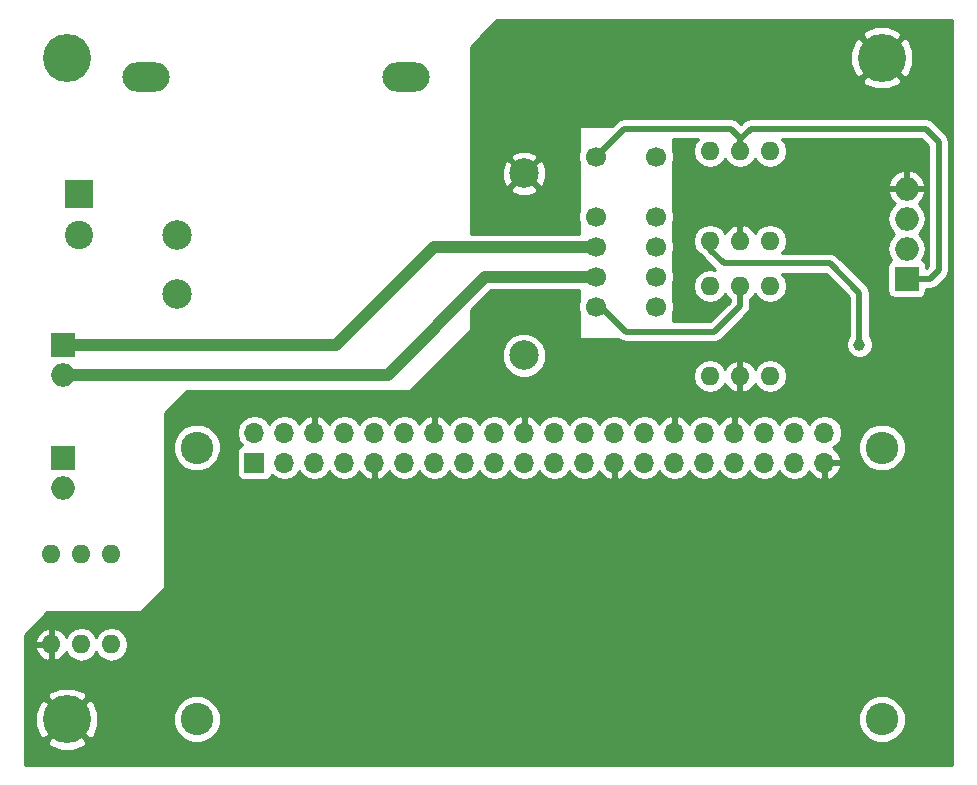
<source format=gbr>
G04 #@! TF.FileFunction,Copper,L2,Bot,Signal*
%FSLAX46Y46*%
G04 Gerber Fmt 4.6, Leading zero omitted, Abs format (unit mm)*
G04 Created by KiCad (PCBNEW 4.0.7) date Tuesday, 06 '06e' March '06e' 2018, 22:38:06*
%MOMM*%
%LPD*%
G01*
G04 APERTURE LIST*
%ADD10C,0.100000*%
%ADD11O,1.998980X1.998980*%
%ADD12R,1.998980X1.998980*%
%ADD13O,1.600000X1.600000*%
%ADD14C,2.750000*%
%ADD15R,1.700000X1.700000*%
%ADD16O,1.700000X1.700000*%
%ADD17C,2.400000*%
%ADD18R,2.400000X2.400000*%
%ADD19O,4.000500X2.499360*%
%ADD20C,4.064000*%
%ADD21C,2.500000*%
%ADD22C,1.700000*%
%ADD23C,1.000000*%
%ADD24C,0.500000*%
%ADD25C,1.000000*%
%ADD26C,0.254000*%
G04 APERTURE END LIST*
D10*
D11*
X93700000Y-133440000D03*
D12*
X93700000Y-130900000D03*
D11*
X93700000Y-123840000D03*
D12*
X93700000Y-121300000D03*
D13*
X148450000Y-112500000D03*
X150990000Y-112500000D03*
X153530000Y-112500000D03*
X153530000Y-104880000D03*
X150990000Y-104880000D03*
X148450000Y-104880000D03*
X148450000Y-123950000D03*
X150990000Y-123950000D03*
X153530000Y-123950000D03*
X153530000Y-116330000D03*
X150990000Y-116330000D03*
X148450000Y-116330000D03*
X97750000Y-139050000D03*
X95210000Y-139050000D03*
X92670000Y-139050000D03*
X92670000Y-146670000D03*
X95210000Y-146670000D03*
X97750000Y-146670000D03*
D11*
X165100000Y-108080000D03*
D12*
X165100000Y-115700000D03*
D11*
X165100000Y-113160000D03*
X165100000Y-110620000D03*
D14*
X163000000Y-153000000D03*
X105000000Y-153000000D03*
X163000000Y-130000000D03*
D15*
X109870000Y-131270000D03*
D16*
X109870000Y-128730000D03*
X112410000Y-131270000D03*
X112410000Y-128730000D03*
X114950000Y-131270000D03*
X114950000Y-128730000D03*
X117490000Y-131270000D03*
X117490000Y-128730000D03*
X120030000Y-131270000D03*
X120030000Y-128730000D03*
X122570000Y-131270000D03*
X122570000Y-128730000D03*
X125110000Y-131270000D03*
X125110000Y-128730000D03*
X127650000Y-131270000D03*
X127650000Y-128730000D03*
X130190000Y-131270000D03*
X130190000Y-128730000D03*
X132730000Y-131270000D03*
X132730000Y-128730000D03*
X135270000Y-131270000D03*
X135270000Y-128730000D03*
X137810000Y-131270000D03*
X137810000Y-128730000D03*
X140350000Y-131270000D03*
X140350000Y-128730000D03*
X142890000Y-131270000D03*
X142890000Y-128730000D03*
X145430000Y-131270000D03*
X145430000Y-128730000D03*
X147970000Y-131270000D03*
X147970000Y-128730000D03*
X150510000Y-131270000D03*
X150510000Y-128730000D03*
X153050000Y-131270000D03*
X153050000Y-128730000D03*
X155590000Y-131270000D03*
X155590000Y-128730000D03*
X158130000Y-131270000D03*
X158130000Y-128730000D03*
D14*
X105000000Y-130000000D03*
D17*
X95000000Y-112000000D03*
D18*
X95000000Y-108500000D03*
D19*
X100699260Y-98600000D03*
X122700740Y-98600000D03*
D20*
X94000000Y-97000000D03*
X94000000Y-153000000D03*
X163000000Y-97000000D03*
D21*
X103300000Y-112000000D03*
X103300000Y-117000000D03*
X132700000Y-106800000D03*
X132700000Y-122200000D03*
D22*
X138800000Y-118100000D03*
X138800000Y-115560000D03*
X138800000Y-113020000D03*
X138800000Y-110480000D03*
X143880000Y-118100000D03*
X143880000Y-115560000D03*
X143880000Y-113020000D03*
X143880000Y-110480000D03*
X143880000Y-105400000D03*
X138800000Y-105400000D03*
D23*
X161100000Y-121300000D03*
D24*
X150990000Y-104880000D02*
X150990000Y-103910000D01*
X167100000Y-115700000D02*
X165100000Y-115700000D01*
X167800000Y-115000000D02*
X167100000Y-115700000D01*
X167800000Y-104100000D02*
X167800000Y-115000000D01*
X166700000Y-103000000D02*
X167800000Y-104100000D01*
X151900000Y-103000000D02*
X166700000Y-103000000D01*
X150990000Y-103910000D02*
X151900000Y-103000000D01*
X138800000Y-118100000D02*
X139200000Y-118100000D01*
X139200000Y-118100000D02*
X141300000Y-120200000D01*
X150990000Y-118010000D02*
X150990000Y-116330000D01*
X148800000Y-120200000D02*
X150990000Y-118010000D01*
X141300000Y-120200000D02*
X148800000Y-120200000D01*
X138800000Y-105400000D02*
X141200000Y-103000000D01*
X150990000Y-103790000D02*
X150990000Y-104880000D01*
X150200000Y-103000000D02*
X150990000Y-103790000D01*
X141200000Y-103000000D02*
X150200000Y-103000000D01*
D25*
X93700000Y-123840000D02*
X121160000Y-123840000D01*
X121160000Y-123840000D02*
X129440000Y-115560000D01*
X129440000Y-115560000D02*
X138800000Y-115560000D01*
X93700000Y-121300000D02*
X116800000Y-121300000D01*
X116800000Y-121300000D02*
X125080000Y-113020000D01*
X125080000Y-113020000D02*
X138800000Y-113020000D01*
D24*
X148450000Y-112500000D02*
X148450000Y-113250000D01*
X148450000Y-113250000D02*
X149600000Y-114400000D01*
X149600000Y-114400000D02*
X158600000Y-114400000D01*
X158600000Y-114400000D02*
X161100000Y-116900000D01*
X161100000Y-116900000D02*
X161100000Y-121300000D01*
D26*
G36*
X168965000Y-156865000D02*
X90435000Y-156865000D01*
X90435000Y-154898121D01*
X92281484Y-154898121D01*
X92506154Y-155272168D01*
X93489388Y-155670880D01*
X94550357Y-155662975D01*
X95493846Y-155272168D01*
X95718516Y-154898121D01*
X94000000Y-153179605D01*
X92281484Y-154898121D01*
X90435000Y-154898121D01*
X90435000Y-152489388D01*
X91329120Y-152489388D01*
X91337025Y-153550357D01*
X91727832Y-154493846D01*
X92101879Y-154718516D01*
X93820395Y-153000000D01*
X94179605Y-153000000D01*
X95898121Y-154718516D01*
X96272168Y-154493846D01*
X96670880Y-153510612D01*
X96670042Y-153398060D01*
X102989652Y-153398060D01*
X103295012Y-154137086D01*
X103859940Y-154703001D01*
X104598432Y-155009650D01*
X105398060Y-155010348D01*
X106137086Y-154704988D01*
X106703001Y-154140060D01*
X107009650Y-153401568D01*
X107009653Y-153398060D01*
X160989652Y-153398060D01*
X161295012Y-154137086D01*
X161859940Y-154703001D01*
X162598432Y-155009650D01*
X163398060Y-155010348D01*
X164137086Y-154704988D01*
X164703001Y-154140060D01*
X165009650Y-153401568D01*
X165010348Y-152601940D01*
X164704988Y-151862914D01*
X164140060Y-151296999D01*
X163401568Y-150990350D01*
X162601940Y-150989652D01*
X161862914Y-151295012D01*
X161296999Y-151859940D01*
X160990350Y-152598432D01*
X160989652Y-153398060D01*
X107009653Y-153398060D01*
X107010348Y-152601940D01*
X106704988Y-151862914D01*
X106140060Y-151296999D01*
X105401568Y-150990350D01*
X104601940Y-150989652D01*
X103862914Y-151295012D01*
X103296999Y-151859940D01*
X102990350Y-152598432D01*
X102989652Y-153398060D01*
X96670042Y-153398060D01*
X96662975Y-152449643D01*
X96272168Y-151506154D01*
X95898121Y-151281484D01*
X94179605Y-153000000D01*
X93820395Y-153000000D01*
X92101879Y-151281484D01*
X91727832Y-151506154D01*
X91329120Y-152489388D01*
X90435000Y-152489388D01*
X90435000Y-151101879D01*
X92281484Y-151101879D01*
X94000000Y-152820395D01*
X95718516Y-151101879D01*
X95493846Y-150727832D01*
X94510612Y-150329120D01*
X93449643Y-150337025D01*
X92506154Y-150727832D01*
X92281484Y-151101879D01*
X90435000Y-151101879D01*
X90435000Y-147019041D01*
X91278086Y-147019041D01*
X91517611Y-147525134D01*
X91932577Y-147901041D01*
X92320961Y-148061904D01*
X92543000Y-147939915D01*
X92543000Y-146797000D01*
X91399371Y-146797000D01*
X91278086Y-147019041D01*
X90435000Y-147019041D01*
X90435000Y-146320959D01*
X91278086Y-146320959D01*
X91399371Y-146543000D01*
X92543000Y-146543000D01*
X92543000Y-145400085D01*
X92797000Y-145400085D01*
X92797000Y-146543000D01*
X92817000Y-146543000D01*
X92817000Y-146797000D01*
X92797000Y-146797000D01*
X92797000Y-147939915D01*
X93019039Y-148061904D01*
X93407423Y-147901041D01*
X93822389Y-147525134D01*
X93925014Y-147308297D01*
X94195302Y-147712811D01*
X94660849Y-148023880D01*
X95210000Y-148133113D01*
X95759151Y-148023880D01*
X96224698Y-147712811D01*
X96480000Y-147330725D01*
X96735302Y-147712811D01*
X97200849Y-148023880D01*
X97750000Y-148133113D01*
X98299151Y-148023880D01*
X98764698Y-147712811D01*
X99075767Y-147247264D01*
X99185000Y-146698113D01*
X99185000Y-146641887D01*
X99075767Y-146092736D01*
X98764698Y-145627189D01*
X98299151Y-145316120D01*
X97750000Y-145206887D01*
X97200849Y-145316120D01*
X96735302Y-145627189D01*
X96480000Y-146009275D01*
X96224698Y-145627189D01*
X95759151Y-145316120D01*
X95210000Y-145206887D01*
X94660849Y-145316120D01*
X94195302Y-145627189D01*
X93925014Y-146031703D01*
X93822389Y-145814866D01*
X93407423Y-145438959D01*
X93019039Y-145278096D01*
X92797000Y-145400085D01*
X92543000Y-145400085D01*
X92320961Y-145278096D01*
X91932577Y-145438959D01*
X91517611Y-145814866D01*
X91278086Y-146320959D01*
X90435000Y-146320959D01*
X90435000Y-145844606D01*
X92352606Y-143927000D01*
X100200000Y-143927000D01*
X100249410Y-143916994D01*
X100289803Y-143889803D01*
X102289803Y-141889803D01*
X102317666Y-141847789D01*
X102327000Y-141800000D01*
X102327000Y-130398060D01*
X102989652Y-130398060D01*
X103295012Y-131137086D01*
X103859940Y-131703001D01*
X104598432Y-132009650D01*
X105398060Y-132010348D01*
X106137086Y-131704988D01*
X106703001Y-131140060D01*
X107001996Y-130420000D01*
X108372560Y-130420000D01*
X108372560Y-132120000D01*
X108416838Y-132355317D01*
X108555910Y-132571441D01*
X108768110Y-132716431D01*
X109020000Y-132767440D01*
X110720000Y-132767440D01*
X110955317Y-132723162D01*
X111171441Y-132584090D01*
X111316431Y-132371890D01*
X111330086Y-132304459D01*
X111359946Y-132349147D01*
X111841715Y-132671054D01*
X112410000Y-132784093D01*
X112978285Y-132671054D01*
X113460054Y-132349147D01*
X113680000Y-132019974D01*
X113899946Y-132349147D01*
X114381715Y-132671054D01*
X114950000Y-132784093D01*
X115518285Y-132671054D01*
X116000054Y-132349147D01*
X116220000Y-132019974D01*
X116439946Y-132349147D01*
X116921715Y-132671054D01*
X117490000Y-132784093D01*
X118058285Y-132671054D01*
X118540054Y-132349147D01*
X118767702Y-132008447D01*
X118834817Y-132151358D01*
X119263076Y-132541645D01*
X119673110Y-132711476D01*
X119903000Y-132590155D01*
X119903000Y-131397000D01*
X119883000Y-131397000D01*
X119883000Y-131143000D01*
X119903000Y-131143000D01*
X119903000Y-131123000D01*
X120157000Y-131123000D01*
X120157000Y-131143000D01*
X120177000Y-131143000D01*
X120177000Y-131397000D01*
X120157000Y-131397000D01*
X120157000Y-132590155D01*
X120386890Y-132711476D01*
X120796924Y-132541645D01*
X121225183Y-132151358D01*
X121292298Y-132008447D01*
X121519946Y-132349147D01*
X122001715Y-132671054D01*
X122570000Y-132784093D01*
X123138285Y-132671054D01*
X123620054Y-132349147D01*
X123840000Y-132019974D01*
X124059946Y-132349147D01*
X124541715Y-132671054D01*
X125110000Y-132784093D01*
X125678285Y-132671054D01*
X126160054Y-132349147D01*
X126380000Y-132019974D01*
X126599946Y-132349147D01*
X127081715Y-132671054D01*
X127650000Y-132784093D01*
X128218285Y-132671054D01*
X128700054Y-132349147D01*
X128920000Y-132019974D01*
X129139946Y-132349147D01*
X129621715Y-132671054D01*
X130190000Y-132784093D01*
X130758285Y-132671054D01*
X131240054Y-132349147D01*
X131460000Y-132019974D01*
X131679946Y-132349147D01*
X132161715Y-132671054D01*
X132730000Y-132784093D01*
X133298285Y-132671054D01*
X133780054Y-132349147D01*
X134000000Y-132019974D01*
X134219946Y-132349147D01*
X134701715Y-132671054D01*
X135270000Y-132784093D01*
X135838285Y-132671054D01*
X136320054Y-132349147D01*
X136540000Y-132019974D01*
X136759946Y-132349147D01*
X137241715Y-132671054D01*
X137810000Y-132784093D01*
X138378285Y-132671054D01*
X138860054Y-132349147D01*
X139087702Y-132008447D01*
X139154817Y-132151358D01*
X139583076Y-132541645D01*
X139993110Y-132711476D01*
X140223000Y-132590155D01*
X140223000Y-131397000D01*
X140203000Y-131397000D01*
X140203000Y-131143000D01*
X140223000Y-131143000D01*
X140223000Y-131123000D01*
X140477000Y-131123000D01*
X140477000Y-131143000D01*
X140497000Y-131143000D01*
X140497000Y-131397000D01*
X140477000Y-131397000D01*
X140477000Y-132590155D01*
X140706890Y-132711476D01*
X141116924Y-132541645D01*
X141545183Y-132151358D01*
X141612298Y-132008447D01*
X141839946Y-132349147D01*
X142321715Y-132671054D01*
X142890000Y-132784093D01*
X143458285Y-132671054D01*
X143940054Y-132349147D01*
X144160000Y-132019974D01*
X144379946Y-132349147D01*
X144861715Y-132671054D01*
X145430000Y-132784093D01*
X145998285Y-132671054D01*
X146480054Y-132349147D01*
X146700000Y-132019974D01*
X146919946Y-132349147D01*
X147401715Y-132671054D01*
X147970000Y-132784093D01*
X148538285Y-132671054D01*
X149020054Y-132349147D01*
X149240000Y-132019974D01*
X149459946Y-132349147D01*
X149941715Y-132671054D01*
X150510000Y-132784093D01*
X151078285Y-132671054D01*
X151560054Y-132349147D01*
X151780000Y-132019974D01*
X151999946Y-132349147D01*
X152481715Y-132671054D01*
X153050000Y-132784093D01*
X153618285Y-132671054D01*
X154100054Y-132349147D01*
X154320000Y-132019974D01*
X154539946Y-132349147D01*
X155021715Y-132671054D01*
X155590000Y-132784093D01*
X156158285Y-132671054D01*
X156640054Y-132349147D01*
X156867702Y-132008447D01*
X156934817Y-132151358D01*
X157363076Y-132541645D01*
X157773110Y-132711476D01*
X158003000Y-132590155D01*
X158003000Y-131397000D01*
X158257000Y-131397000D01*
X158257000Y-132590155D01*
X158486890Y-132711476D01*
X158896924Y-132541645D01*
X159325183Y-132151358D01*
X159571486Y-131626892D01*
X159450819Y-131397000D01*
X158257000Y-131397000D01*
X158003000Y-131397000D01*
X157983000Y-131397000D01*
X157983000Y-131143000D01*
X158003000Y-131143000D01*
X158003000Y-131123000D01*
X158257000Y-131123000D01*
X158257000Y-131143000D01*
X159450819Y-131143000D01*
X159571486Y-130913108D01*
X159329606Y-130398060D01*
X160989652Y-130398060D01*
X161295012Y-131137086D01*
X161859940Y-131703001D01*
X162598432Y-132009650D01*
X163398060Y-132010348D01*
X164137086Y-131704988D01*
X164703001Y-131140060D01*
X165009650Y-130401568D01*
X165010348Y-129601940D01*
X164704988Y-128862914D01*
X164140060Y-128296999D01*
X163401568Y-127990350D01*
X162601940Y-127989652D01*
X161862914Y-128295012D01*
X161296999Y-128859940D01*
X160990350Y-129598432D01*
X160989652Y-130398060D01*
X159329606Y-130398060D01*
X159325183Y-130388642D01*
X158896924Y-129998355D01*
X158896899Y-129998345D01*
X159180054Y-129809147D01*
X159501961Y-129327378D01*
X159615000Y-128759093D01*
X159615000Y-128700907D01*
X159501961Y-128132622D01*
X159180054Y-127650853D01*
X158698285Y-127328946D01*
X158130000Y-127215907D01*
X157561715Y-127328946D01*
X157079946Y-127650853D01*
X156860000Y-127980026D01*
X156640054Y-127650853D01*
X156158285Y-127328946D01*
X155590000Y-127215907D01*
X155021715Y-127328946D01*
X154539946Y-127650853D01*
X154320000Y-127980026D01*
X154100054Y-127650853D01*
X153618285Y-127328946D01*
X153050000Y-127215907D01*
X152481715Y-127328946D01*
X151999946Y-127650853D01*
X151772298Y-127991553D01*
X151705183Y-127848642D01*
X151276924Y-127458355D01*
X150866890Y-127288524D01*
X150637000Y-127409845D01*
X150637000Y-128603000D01*
X150657000Y-128603000D01*
X150657000Y-128857000D01*
X150637000Y-128857000D01*
X150637000Y-128877000D01*
X150383000Y-128877000D01*
X150383000Y-128857000D01*
X150363000Y-128857000D01*
X150363000Y-128603000D01*
X150383000Y-128603000D01*
X150383000Y-127409845D01*
X150153110Y-127288524D01*
X149743076Y-127458355D01*
X149314817Y-127848642D01*
X149247702Y-127991553D01*
X149020054Y-127650853D01*
X148538285Y-127328946D01*
X147970000Y-127215907D01*
X147401715Y-127328946D01*
X146919946Y-127650853D01*
X146692298Y-127991553D01*
X146625183Y-127848642D01*
X146196924Y-127458355D01*
X145786890Y-127288524D01*
X145557000Y-127409845D01*
X145557000Y-128603000D01*
X145577000Y-128603000D01*
X145577000Y-128857000D01*
X145557000Y-128857000D01*
X145557000Y-128877000D01*
X145303000Y-128877000D01*
X145303000Y-128857000D01*
X145283000Y-128857000D01*
X145283000Y-128603000D01*
X145303000Y-128603000D01*
X145303000Y-127409845D01*
X145073110Y-127288524D01*
X144663076Y-127458355D01*
X144234817Y-127848642D01*
X144167702Y-127991553D01*
X143940054Y-127650853D01*
X143458285Y-127328946D01*
X142890000Y-127215907D01*
X142321715Y-127328946D01*
X141839946Y-127650853D01*
X141620000Y-127980026D01*
X141400054Y-127650853D01*
X140918285Y-127328946D01*
X140350000Y-127215907D01*
X139781715Y-127328946D01*
X139299946Y-127650853D01*
X139080000Y-127980026D01*
X138860054Y-127650853D01*
X138378285Y-127328946D01*
X137810000Y-127215907D01*
X137241715Y-127328946D01*
X136759946Y-127650853D01*
X136540000Y-127980026D01*
X136320054Y-127650853D01*
X135838285Y-127328946D01*
X135270000Y-127215907D01*
X134701715Y-127328946D01*
X134219946Y-127650853D01*
X133992298Y-127991553D01*
X133925183Y-127848642D01*
X133496924Y-127458355D01*
X133086890Y-127288524D01*
X132857000Y-127409845D01*
X132857000Y-128603000D01*
X132877000Y-128603000D01*
X132877000Y-128857000D01*
X132857000Y-128857000D01*
X132857000Y-128877000D01*
X132603000Y-128877000D01*
X132603000Y-128857000D01*
X132583000Y-128857000D01*
X132583000Y-128603000D01*
X132603000Y-128603000D01*
X132603000Y-127409845D01*
X132373110Y-127288524D01*
X131963076Y-127458355D01*
X131534817Y-127848642D01*
X131467702Y-127991553D01*
X131240054Y-127650853D01*
X130758285Y-127328946D01*
X130190000Y-127215907D01*
X129621715Y-127328946D01*
X129139946Y-127650853D01*
X128920000Y-127980026D01*
X128700054Y-127650853D01*
X128218285Y-127328946D01*
X127650000Y-127215907D01*
X127081715Y-127328946D01*
X126599946Y-127650853D01*
X126372298Y-127991553D01*
X126305183Y-127848642D01*
X125876924Y-127458355D01*
X125466890Y-127288524D01*
X125237000Y-127409845D01*
X125237000Y-128603000D01*
X125257000Y-128603000D01*
X125257000Y-128857000D01*
X125237000Y-128857000D01*
X125237000Y-128877000D01*
X124983000Y-128877000D01*
X124983000Y-128857000D01*
X124963000Y-128857000D01*
X124963000Y-128603000D01*
X124983000Y-128603000D01*
X124983000Y-127409845D01*
X124753110Y-127288524D01*
X124343076Y-127458355D01*
X123914817Y-127848642D01*
X123847702Y-127991553D01*
X123620054Y-127650853D01*
X123138285Y-127328946D01*
X122570000Y-127215907D01*
X122001715Y-127328946D01*
X121519946Y-127650853D01*
X121300000Y-127980026D01*
X121080054Y-127650853D01*
X120598285Y-127328946D01*
X120030000Y-127215907D01*
X119461715Y-127328946D01*
X118979946Y-127650853D01*
X118760000Y-127980026D01*
X118540054Y-127650853D01*
X118058285Y-127328946D01*
X117490000Y-127215907D01*
X116921715Y-127328946D01*
X116439946Y-127650853D01*
X116212298Y-127991553D01*
X116145183Y-127848642D01*
X115716924Y-127458355D01*
X115306890Y-127288524D01*
X115077000Y-127409845D01*
X115077000Y-128603000D01*
X115097000Y-128603000D01*
X115097000Y-128857000D01*
X115077000Y-128857000D01*
X115077000Y-128877000D01*
X114823000Y-128877000D01*
X114823000Y-128857000D01*
X114803000Y-128857000D01*
X114803000Y-128603000D01*
X114823000Y-128603000D01*
X114823000Y-127409845D01*
X114593110Y-127288524D01*
X114183076Y-127458355D01*
X113754817Y-127848642D01*
X113687702Y-127991553D01*
X113460054Y-127650853D01*
X112978285Y-127328946D01*
X112410000Y-127215907D01*
X111841715Y-127328946D01*
X111359946Y-127650853D01*
X111140000Y-127980026D01*
X110920054Y-127650853D01*
X110438285Y-127328946D01*
X109870000Y-127215907D01*
X109301715Y-127328946D01*
X108819946Y-127650853D01*
X108498039Y-128132622D01*
X108385000Y-128700907D01*
X108385000Y-128759093D01*
X108498039Y-129327378D01*
X108819946Y-129809147D01*
X108821179Y-129809971D01*
X108784683Y-129816838D01*
X108568559Y-129955910D01*
X108423569Y-130168110D01*
X108372560Y-130420000D01*
X107001996Y-130420000D01*
X107009650Y-130401568D01*
X107010348Y-129601940D01*
X106704988Y-128862914D01*
X106140060Y-128296999D01*
X105401568Y-127990350D01*
X104601940Y-127989652D01*
X103862914Y-128295012D01*
X103296999Y-128859940D01*
X102990350Y-129598432D01*
X102989652Y-130398060D01*
X102327000Y-130398060D01*
X102327000Y-127052606D01*
X104152606Y-125227000D01*
X123000000Y-125227000D01*
X123049410Y-125216994D01*
X123089803Y-125189803D01*
X125706301Y-122573305D01*
X130814674Y-122573305D01*
X131101043Y-123266372D01*
X131630839Y-123797093D01*
X132323405Y-124084672D01*
X133073305Y-124085326D01*
X133468858Y-123921887D01*
X147015000Y-123921887D01*
X147015000Y-123978113D01*
X147124233Y-124527264D01*
X147435302Y-124992811D01*
X147900849Y-125303880D01*
X148450000Y-125413113D01*
X148999151Y-125303880D01*
X149464698Y-124992811D01*
X149734986Y-124588297D01*
X149837611Y-124805134D01*
X150252577Y-125181041D01*
X150640961Y-125341904D01*
X150863000Y-125219915D01*
X150863000Y-124077000D01*
X150843000Y-124077000D01*
X150843000Y-123823000D01*
X150863000Y-123823000D01*
X150863000Y-122680085D01*
X151117000Y-122680085D01*
X151117000Y-123823000D01*
X151137000Y-123823000D01*
X151137000Y-124077000D01*
X151117000Y-124077000D01*
X151117000Y-125219915D01*
X151339039Y-125341904D01*
X151727423Y-125181041D01*
X152142389Y-124805134D01*
X152245014Y-124588297D01*
X152515302Y-124992811D01*
X152980849Y-125303880D01*
X153530000Y-125413113D01*
X154079151Y-125303880D01*
X154544698Y-124992811D01*
X154855767Y-124527264D01*
X154965000Y-123978113D01*
X154965000Y-123921887D01*
X154855767Y-123372736D01*
X154544698Y-122907189D01*
X154079151Y-122596120D01*
X153530000Y-122486887D01*
X152980849Y-122596120D01*
X152515302Y-122907189D01*
X152245014Y-123311703D01*
X152142389Y-123094866D01*
X151727423Y-122718959D01*
X151339039Y-122558096D01*
X151117000Y-122680085D01*
X150863000Y-122680085D01*
X150640961Y-122558096D01*
X150252577Y-122718959D01*
X149837611Y-123094866D01*
X149734986Y-123311703D01*
X149464698Y-122907189D01*
X148999151Y-122596120D01*
X148450000Y-122486887D01*
X147900849Y-122596120D01*
X147435302Y-122907189D01*
X147124233Y-123372736D01*
X147015000Y-123921887D01*
X133468858Y-123921887D01*
X133766372Y-123798957D01*
X134297093Y-123269161D01*
X134584672Y-122576595D01*
X134585326Y-121826695D01*
X134298957Y-121133628D01*
X133769161Y-120602907D01*
X133076595Y-120315328D01*
X132326695Y-120314674D01*
X131633628Y-120601043D01*
X131102907Y-121130839D01*
X130815328Y-121823405D01*
X130814674Y-122573305D01*
X125706301Y-122573305D01*
X128189803Y-120089803D01*
X128217666Y-120047789D01*
X128227000Y-120000000D01*
X128227000Y-118378132D01*
X129910132Y-116695000D01*
X137373000Y-116695000D01*
X137373000Y-117664261D01*
X137315258Y-117803319D01*
X137314743Y-118394089D01*
X137373000Y-118535082D01*
X137373000Y-120700000D01*
X137381685Y-120746159D01*
X137408965Y-120788553D01*
X137450590Y-120816994D01*
X137500000Y-120827000D01*
X140676021Y-120827000D01*
X140961325Y-121017633D01*
X141300000Y-121085000D01*
X148799995Y-121085000D01*
X148800000Y-121085001D01*
X149082484Y-121028810D01*
X149138675Y-121017633D01*
X149425790Y-120825790D01*
X149425791Y-120825789D01*
X151615787Y-118635792D01*
X151615790Y-118635790D01*
X151807633Y-118348675D01*
X151857098Y-118100000D01*
X151875001Y-118010000D01*
X151875000Y-118009995D01*
X151875000Y-117459473D01*
X152004698Y-117372811D01*
X152260000Y-116990725D01*
X152515302Y-117372811D01*
X152980849Y-117683880D01*
X153530000Y-117793113D01*
X154079151Y-117683880D01*
X154544698Y-117372811D01*
X154855767Y-116907264D01*
X154965000Y-116358113D01*
X154965000Y-116301887D01*
X154855767Y-115752736D01*
X154544698Y-115287189D01*
X154541422Y-115285000D01*
X158233420Y-115285000D01*
X160215000Y-117266579D01*
X160215000Y-120579724D01*
X160138355Y-120656235D01*
X159965197Y-121073244D01*
X159964803Y-121524775D01*
X160137233Y-121942086D01*
X160456235Y-122261645D01*
X160873244Y-122434803D01*
X161324775Y-122435197D01*
X161742086Y-122262767D01*
X162061645Y-121943765D01*
X162234803Y-121526756D01*
X162235197Y-121075225D01*
X162062767Y-120657914D01*
X161985000Y-120580011D01*
X161985000Y-116900005D01*
X161985001Y-116900000D01*
X161917633Y-116561326D01*
X161917633Y-116561325D01*
X161725790Y-116274210D01*
X161725787Y-116274208D01*
X159225790Y-113774210D01*
X159219362Y-113769915D01*
X158938675Y-113582367D01*
X158882484Y-113571190D01*
X158600000Y-113514999D01*
X158599995Y-113515000D01*
X154563281Y-113515000D01*
X154855767Y-113077264D01*
X154965000Y-112528113D01*
X154965000Y-112471887D01*
X154855767Y-111922736D01*
X154544698Y-111457189D01*
X154079151Y-111146120D01*
X153530000Y-111036887D01*
X152980849Y-111146120D01*
X152515302Y-111457189D01*
X152245014Y-111861703D01*
X152142389Y-111644866D01*
X151727423Y-111268959D01*
X151339039Y-111108096D01*
X151117000Y-111230085D01*
X151117000Y-112373000D01*
X151137000Y-112373000D01*
X151137000Y-112627000D01*
X151117000Y-112627000D01*
X151117000Y-112647000D01*
X150863000Y-112647000D01*
X150863000Y-112627000D01*
X150843000Y-112627000D01*
X150843000Y-112373000D01*
X150863000Y-112373000D01*
X150863000Y-111230085D01*
X150640961Y-111108096D01*
X150252577Y-111268959D01*
X149837611Y-111644866D01*
X149734986Y-111861703D01*
X149464698Y-111457189D01*
X148999151Y-111146120D01*
X148450000Y-111036887D01*
X147900849Y-111146120D01*
X147435302Y-111457189D01*
X147124233Y-111922736D01*
X147015000Y-112471887D01*
X147015000Y-112528113D01*
X147124233Y-113077264D01*
X147435302Y-113542811D01*
X147735949Y-113743697D01*
X147788647Y-113822566D01*
X147824210Y-113875790D01*
X148906015Y-114957594D01*
X148450000Y-114866887D01*
X147900849Y-114976120D01*
X147435302Y-115287189D01*
X147124233Y-115752736D01*
X147015000Y-116301887D01*
X147015000Y-116358113D01*
X147124233Y-116907264D01*
X147435302Y-117372811D01*
X147900849Y-117683880D01*
X148450000Y-117793113D01*
X148999151Y-117683880D01*
X149464698Y-117372811D01*
X149720000Y-116990725D01*
X149975302Y-117372811D01*
X150105000Y-117459473D01*
X150105000Y-117643421D01*
X148433420Y-119315000D01*
X145327000Y-119315000D01*
X145327000Y-118487574D01*
X145364742Y-118396681D01*
X145365257Y-117805911D01*
X145327000Y-117713322D01*
X145327000Y-115947574D01*
X145364742Y-115856681D01*
X145365257Y-115265911D01*
X145327000Y-115173322D01*
X145327000Y-113407574D01*
X145364742Y-113316681D01*
X145365257Y-112725911D01*
X145327000Y-112633322D01*
X145327000Y-110867574D01*
X145364742Y-110776681D01*
X145365257Y-110185911D01*
X145327000Y-110093322D01*
X145327000Y-107699645D01*
X163510373Y-107699645D01*
X163629193Y-107953000D01*
X164973000Y-107953000D01*
X164973000Y-106609735D01*
X165227000Y-106609735D01*
X165227000Y-107953000D01*
X166570807Y-107953000D01*
X166689627Y-107699645D01*
X166423068Y-107120274D01*
X165955084Y-106687013D01*
X165480354Y-106490381D01*
X165227000Y-106609735D01*
X164973000Y-106609735D01*
X164719646Y-106490381D01*
X164244916Y-106687013D01*
X163776932Y-107120274D01*
X163510373Y-107699645D01*
X145327000Y-107699645D01*
X145327000Y-105787574D01*
X145364742Y-105696681D01*
X145365257Y-105105911D01*
X145327000Y-105013322D01*
X145327000Y-103885000D01*
X147403356Y-103885000D01*
X147124233Y-104302736D01*
X147015000Y-104851887D01*
X147015000Y-104908113D01*
X147124233Y-105457264D01*
X147435302Y-105922811D01*
X147900849Y-106233880D01*
X148450000Y-106343113D01*
X148999151Y-106233880D01*
X149464698Y-105922811D01*
X149720000Y-105540725D01*
X149975302Y-105922811D01*
X150440849Y-106233880D01*
X150990000Y-106343113D01*
X151539151Y-106233880D01*
X152004698Y-105922811D01*
X152260000Y-105540725D01*
X152515302Y-105922811D01*
X152980849Y-106233880D01*
X153530000Y-106343113D01*
X154079151Y-106233880D01*
X154544698Y-105922811D01*
X154855767Y-105457264D01*
X154965000Y-104908113D01*
X154965000Y-104851887D01*
X154855767Y-104302736D01*
X154576644Y-103885000D01*
X166333420Y-103885000D01*
X166915000Y-104466579D01*
X166915000Y-114633421D01*
X166746930Y-114801490D01*
X166746930Y-114700510D01*
X166702652Y-114465193D01*
X166563580Y-114249069D01*
X166397527Y-114135610D01*
X166610072Y-113817514D01*
X166734490Y-113192022D01*
X166734490Y-113127978D01*
X166610072Y-112502486D01*
X166255759Y-111972219D01*
X166132710Y-111890000D01*
X166255759Y-111807781D01*
X166610072Y-111277514D01*
X166734490Y-110652022D01*
X166734490Y-110587978D01*
X166610072Y-109962486D01*
X166255759Y-109432219D01*
X166106700Y-109332621D01*
X166423068Y-109039726D01*
X166689627Y-108460355D01*
X166570807Y-108207000D01*
X165227000Y-108207000D01*
X165227000Y-108227000D01*
X164973000Y-108227000D01*
X164973000Y-108207000D01*
X163629193Y-108207000D01*
X163510373Y-108460355D01*
X163776932Y-109039726D01*
X164093300Y-109332621D01*
X163944241Y-109432219D01*
X163589928Y-109962486D01*
X163465510Y-110587978D01*
X163465510Y-110652022D01*
X163589928Y-111277514D01*
X163944241Y-111807781D01*
X164067290Y-111890000D01*
X163944241Y-111972219D01*
X163589928Y-112502486D01*
X163465510Y-113127978D01*
X163465510Y-113192022D01*
X163589928Y-113817514D01*
X163803453Y-114137077D01*
X163649069Y-114236420D01*
X163504079Y-114448620D01*
X163453070Y-114700510D01*
X163453070Y-116699490D01*
X163497348Y-116934807D01*
X163636420Y-117150931D01*
X163848620Y-117295921D01*
X164100510Y-117346930D01*
X166099490Y-117346930D01*
X166334807Y-117302652D01*
X166550931Y-117163580D01*
X166695921Y-116951380D01*
X166746930Y-116699490D01*
X166746930Y-116585000D01*
X167099995Y-116585000D01*
X167100000Y-116585001D01*
X167382484Y-116528810D01*
X167438675Y-116517633D01*
X167725790Y-116325790D01*
X168425787Y-115625792D01*
X168425790Y-115625790D01*
X168617633Y-115338675D01*
X168685000Y-115000000D01*
X168685000Y-104100005D01*
X168685001Y-104100000D01*
X168617633Y-103761326D01*
X168617633Y-103761325D01*
X168425790Y-103474210D01*
X168425787Y-103474208D01*
X167325790Y-102374210D01*
X167038675Y-102182367D01*
X166982484Y-102171190D01*
X166700000Y-102114999D01*
X166699995Y-102115000D01*
X151900000Y-102115000D01*
X151561325Y-102182367D01*
X151274210Y-102374210D01*
X151274208Y-102374213D01*
X151050000Y-102598421D01*
X150825790Y-102374210D01*
X150538675Y-102182367D01*
X150482484Y-102171190D01*
X150200000Y-102114999D01*
X150199995Y-102115000D01*
X141200005Y-102115000D01*
X141200000Y-102114999D01*
X140861326Y-102182366D01*
X140861324Y-102182367D01*
X140861325Y-102182367D01*
X140574210Y-102374210D01*
X140574208Y-102374213D01*
X140175421Y-102773000D01*
X137500000Y-102773000D01*
X137453841Y-102781685D01*
X137411447Y-102808965D01*
X137383006Y-102850590D01*
X137373000Y-102900000D01*
X137373000Y-104964261D01*
X137315258Y-105103319D01*
X137314743Y-105694089D01*
X137373000Y-105835082D01*
X137373000Y-110044261D01*
X137315258Y-110183319D01*
X137314743Y-110774089D01*
X137373000Y-110915082D01*
X137373000Y-111885000D01*
X128227000Y-111885000D01*
X128227000Y-108133320D01*
X131546285Y-108133320D01*
X131675533Y-108426123D01*
X132375806Y-108694388D01*
X133125435Y-108674250D01*
X133724467Y-108426123D01*
X133853715Y-108133320D01*
X132700000Y-106979605D01*
X131546285Y-108133320D01*
X128227000Y-108133320D01*
X128227000Y-106475806D01*
X130805612Y-106475806D01*
X130825750Y-107225435D01*
X131073877Y-107824467D01*
X131366680Y-107953715D01*
X132520395Y-106800000D01*
X132879605Y-106800000D01*
X134033320Y-107953715D01*
X134326123Y-107824467D01*
X134594388Y-107124194D01*
X134574250Y-106374565D01*
X134326123Y-105775533D01*
X134033320Y-105646285D01*
X132879605Y-106800000D01*
X132520395Y-106800000D01*
X131366680Y-105646285D01*
X131073877Y-105775533D01*
X130805612Y-106475806D01*
X128227000Y-106475806D01*
X128227000Y-105466680D01*
X131546285Y-105466680D01*
X132700000Y-106620395D01*
X133853715Y-105466680D01*
X133724467Y-105173877D01*
X133024194Y-104905612D01*
X132274565Y-104925750D01*
X131675533Y-105173877D01*
X131546285Y-105466680D01*
X128227000Y-105466680D01*
X128227000Y-98898121D01*
X161281484Y-98898121D01*
X161506154Y-99272168D01*
X162489388Y-99670880D01*
X163550357Y-99662975D01*
X164493846Y-99272168D01*
X164718516Y-98898121D01*
X163000000Y-97179605D01*
X161281484Y-98898121D01*
X128227000Y-98898121D01*
X128227000Y-96489388D01*
X160329120Y-96489388D01*
X160337025Y-97550357D01*
X160727832Y-98493846D01*
X161101879Y-98718516D01*
X162820395Y-97000000D01*
X163179605Y-97000000D01*
X164898121Y-98718516D01*
X165272168Y-98493846D01*
X165670880Y-97510612D01*
X165662975Y-96449643D01*
X165272168Y-95506154D01*
X164898121Y-95281484D01*
X163179605Y-97000000D01*
X162820395Y-97000000D01*
X161101879Y-95281484D01*
X160727832Y-95506154D01*
X160329120Y-96489388D01*
X128227000Y-96489388D01*
X128227000Y-96052606D01*
X129177727Y-95101879D01*
X161281484Y-95101879D01*
X163000000Y-96820395D01*
X164718516Y-95101879D01*
X164493846Y-94727832D01*
X163510612Y-94329120D01*
X162449643Y-94337025D01*
X161506154Y-94727832D01*
X161281484Y-95101879D01*
X129177727Y-95101879D01*
X130444606Y-93835000D01*
X168965000Y-93835000D01*
X168965000Y-156865000D01*
X168965000Y-156865000D01*
G37*
X168965000Y-156865000D02*
X90435000Y-156865000D01*
X90435000Y-154898121D01*
X92281484Y-154898121D01*
X92506154Y-155272168D01*
X93489388Y-155670880D01*
X94550357Y-155662975D01*
X95493846Y-155272168D01*
X95718516Y-154898121D01*
X94000000Y-153179605D01*
X92281484Y-154898121D01*
X90435000Y-154898121D01*
X90435000Y-152489388D01*
X91329120Y-152489388D01*
X91337025Y-153550357D01*
X91727832Y-154493846D01*
X92101879Y-154718516D01*
X93820395Y-153000000D01*
X94179605Y-153000000D01*
X95898121Y-154718516D01*
X96272168Y-154493846D01*
X96670880Y-153510612D01*
X96670042Y-153398060D01*
X102989652Y-153398060D01*
X103295012Y-154137086D01*
X103859940Y-154703001D01*
X104598432Y-155009650D01*
X105398060Y-155010348D01*
X106137086Y-154704988D01*
X106703001Y-154140060D01*
X107009650Y-153401568D01*
X107009653Y-153398060D01*
X160989652Y-153398060D01*
X161295012Y-154137086D01*
X161859940Y-154703001D01*
X162598432Y-155009650D01*
X163398060Y-155010348D01*
X164137086Y-154704988D01*
X164703001Y-154140060D01*
X165009650Y-153401568D01*
X165010348Y-152601940D01*
X164704988Y-151862914D01*
X164140060Y-151296999D01*
X163401568Y-150990350D01*
X162601940Y-150989652D01*
X161862914Y-151295012D01*
X161296999Y-151859940D01*
X160990350Y-152598432D01*
X160989652Y-153398060D01*
X107009653Y-153398060D01*
X107010348Y-152601940D01*
X106704988Y-151862914D01*
X106140060Y-151296999D01*
X105401568Y-150990350D01*
X104601940Y-150989652D01*
X103862914Y-151295012D01*
X103296999Y-151859940D01*
X102990350Y-152598432D01*
X102989652Y-153398060D01*
X96670042Y-153398060D01*
X96662975Y-152449643D01*
X96272168Y-151506154D01*
X95898121Y-151281484D01*
X94179605Y-153000000D01*
X93820395Y-153000000D01*
X92101879Y-151281484D01*
X91727832Y-151506154D01*
X91329120Y-152489388D01*
X90435000Y-152489388D01*
X90435000Y-151101879D01*
X92281484Y-151101879D01*
X94000000Y-152820395D01*
X95718516Y-151101879D01*
X95493846Y-150727832D01*
X94510612Y-150329120D01*
X93449643Y-150337025D01*
X92506154Y-150727832D01*
X92281484Y-151101879D01*
X90435000Y-151101879D01*
X90435000Y-147019041D01*
X91278086Y-147019041D01*
X91517611Y-147525134D01*
X91932577Y-147901041D01*
X92320961Y-148061904D01*
X92543000Y-147939915D01*
X92543000Y-146797000D01*
X91399371Y-146797000D01*
X91278086Y-147019041D01*
X90435000Y-147019041D01*
X90435000Y-146320959D01*
X91278086Y-146320959D01*
X91399371Y-146543000D01*
X92543000Y-146543000D01*
X92543000Y-145400085D01*
X92797000Y-145400085D01*
X92797000Y-146543000D01*
X92817000Y-146543000D01*
X92817000Y-146797000D01*
X92797000Y-146797000D01*
X92797000Y-147939915D01*
X93019039Y-148061904D01*
X93407423Y-147901041D01*
X93822389Y-147525134D01*
X93925014Y-147308297D01*
X94195302Y-147712811D01*
X94660849Y-148023880D01*
X95210000Y-148133113D01*
X95759151Y-148023880D01*
X96224698Y-147712811D01*
X96480000Y-147330725D01*
X96735302Y-147712811D01*
X97200849Y-148023880D01*
X97750000Y-148133113D01*
X98299151Y-148023880D01*
X98764698Y-147712811D01*
X99075767Y-147247264D01*
X99185000Y-146698113D01*
X99185000Y-146641887D01*
X99075767Y-146092736D01*
X98764698Y-145627189D01*
X98299151Y-145316120D01*
X97750000Y-145206887D01*
X97200849Y-145316120D01*
X96735302Y-145627189D01*
X96480000Y-146009275D01*
X96224698Y-145627189D01*
X95759151Y-145316120D01*
X95210000Y-145206887D01*
X94660849Y-145316120D01*
X94195302Y-145627189D01*
X93925014Y-146031703D01*
X93822389Y-145814866D01*
X93407423Y-145438959D01*
X93019039Y-145278096D01*
X92797000Y-145400085D01*
X92543000Y-145400085D01*
X92320961Y-145278096D01*
X91932577Y-145438959D01*
X91517611Y-145814866D01*
X91278086Y-146320959D01*
X90435000Y-146320959D01*
X90435000Y-145844606D01*
X92352606Y-143927000D01*
X100200000Y-143927000D01*
X100249410Y-143916994D01*
X100289803Y-143889803D01*
X102289803Y-141889803D01*
X102317666Y-141847789D01*
X102327000Y-141800000D01*
X102327000Y-130398060D01*
X102989652Y-130398060D01*
X103295012Y-131137086D01*
X103859940Y-131703001D01*
X104598432Y-132009650D01*
X105398060Y-132010348D01*
X106137086Y-131704988D01*
X106703001Y-131140060D01*
X107001996Y-130420000D01*
X108372560Y-130420000D01*
X108372560Y-132120000D01*
X108416838Y-132355317D01*
X108555910Y-132571441D01*
X108768110Y-132716431D01*
X109020000Y-132767440D01*
X110720000Y-132767440D01*
X110955317Y-132723162D01*
X111171441Y-132584090D01*
X111316431Y-132371890D01*
X111330086Y-132304459D01*
X111359946Y-132349147D01*
X111841715Y-132671054D01*
X112410000Y-132784093D01*
X112978285Y-132671054D01*
X113460054Y-132349147D01*
X113680000Y-132019974D01*
X113899946Y-132349147D01*
X114381715Y-132671054D01*
X114950000Y-132784093D01*
X115518285Y-132671054D01*
X116000054Y-132349147D01*
X116220000Y-132019974D01*
X116439946Y-132349147D01*
X116921715Y-132671054D01*
X117490000Y-132784093D01*
X118058285Y-132671054D01*
X118540054Y-132349147D01*
X118767702Y-132008447D01*
X118834817Y-132151358D01*
X119263076Y-132541645D01*
X119673110Y-132711476D01*
X119903000Y-132590155D01*
X119903000Y-131397000D01*
X119883000Y-131397000D01*
X119883000Y-131143000D01*
X119903000Y-131143000D01*
X119903000Y-131123000D01*
X120157000Y-131123000D01*
X120157000Y-131143000D01*
X120177000Y-131143000D01*
X120177000Y-131397000D01*
X120157000Y-131397000D01*
X120157000Y-132590155D01*
X120386890Y-132711476D01*
X120796924Y-132541645D01*
X121225183Y-132151358D01*
X121292298Y-132008447D01*
X121519946Y-132349147D01*
X122001715Y-132671054D01*
X122570000Y-132784093D01*
X123138285Y-132671054D01*
X123620054Y-132349147D01*
X123840000Y-132019974D01*
X124059946Y-132349147D01*
X124541715Y-132671054D01*
X125110000Y-132784093D01*
X125678285Y-132671054D01*
X126160054Y-132349147D01*
X126380000Y-132019974D01*
X126599946Y-132349147D01*
X127081715Y-132671054D01*
X127650000Y-132784093D01*
X128218285Y-132671054D01*
X128700054Y-132349147D01*
X128920000Y-132019974D01*
X129139946Y-132349147D01*
X129621715Y-132671054D01*
X130190000Y-132784093D01*
X130758285Y-132671054D01*
X131240054Y-132349147D01*
X131460000Y-132019974D01*
X131679946Y-132349147D01*
X132161715Y-132671054D01*
X132730000Y-132784093D01*
X133298285Y-132671054D01*
X133780054Y-132349147D01*
X134000000Y-132019974D01*
X134219946Y-132349147D01*
X134701715Y-132671054D01*
X135270000Y-132784093D01*
X135838285Y-132671054D01*
X136320054Y-132349147D01*
X136540000Y-132019974D01*
X136759946Y-132349147D01*
X137241715Y-132671054D01*
X137810000Y-132784093D01*
X138378285Y-132671054D01*
X138860054Y-132349147D01*
X139087702Y-132008447D01*
X139154817Y-132151358D01*
X139583076Y-132541645D01*
X139993110Y-132711476D01*
X140223000Y-132590155D01*
X140223000Y-131397000D01*
X140203000Y-131397000D01*
X140203000Y-131143000D01*
X140223000Y-131143000D01*
X140223000Y-131123000D01*
X140477000Y-131123000D01*
X140477000Y-131143000D01*
X140497000Y-131143000D01*
X140497000Y-131397000D01*
X140477000Y-131397000D01*
X140477000Y-132590155D01*
X140706890Y-132711476D01*
X141116924Y-132541645D01*
X141545183Y-132151358D01*
X141612298Y-132008447D01*
X141839946Y-132349147D01*
X142321715Y-132671054D01*
X142890000Y-132784093D01*
X143458285Y-132671054D01*
X143940054Y-132349147D01*
X144160000Y-132019974D01*
X144379946Y-132349147D01*
X144861715Y-132671054D01*
X145430000Y-132784093D01*
X145998285Y-132671054D01*
X146480054Y-132349147D01*
X146700000Y-132019974D01*
X146919946Y-132349147D01*
X147401715Y-132671054D01*
X147970000Y-132784093D01*
X148538285Y-132671054D01*
X149020054Y-132349147D01*
X149240000Y-132019974D01*
X149459946Y-132349147D01*
X149941715Y-132671054D01*
X150510000Y-132784093D01*
X151078285Y-132671054D01*
X151560054Y-132349147D01*
X151780000Y-132019974D01*
X151999946Y-132349147D01*
X152481715Y-132671054D01*
X153050000Y-132784093D01*
X153618285Y-132671054D01*
X154100054Y-132349147D01*
X154320000Y-132019974D01*
X154539946Y-132349147D01*
X155021715Y-132671054D01*
X155590000Y-132784093D01*
X156158285Y-132671054D01*
X156640054Y-132349147D01*
X156867702Y-132008447D01*
X156934817Y-132151358D01*
X157363076Y-132541645D01*
X157773110Y-132711476D01*
X158003000Y-132590155D01*
X158003000Y-131397000D01*
X158257000Y-131397000D01*
X158257000Y-132590155D01*
X158486890Y-132711476D01*
X158896924Y-132541645D01*
X159325183Y-132151358D01*
X159571486Y-131626892D01*
X159450819Y-131397000D01*
X158257000Y-131397000D01*
X158003000Y-131397000D01*
X157983000Y-131397000D01*
X157983000Y-131143000D01*
X158003000Y-131143000D01*
X158003000Y-131123000D01*
X158257000Y-131123000D01*
X158257000Y-131143000D01*
X159450819Y-131143000D01*
X159571486Y-130913108D01*
X159329606Y-130398060D01*
X160989652Y-130398060D01*
X161295012Y-131137086D01*
X161859940Y-131703001D01*
X162598432Y-132009650D01*
X163398060Y-132010348D01*
X164137086Y-131704988D01*
X164703001Y-131140060D01*
X165009650Y-130401568D01*
X165010348Y-129601940D01*
X164704988Y-128862914D01*
X164140060Y-128296999D01*
X163401568Y-127990350D01*
X162601940Y-127989652D01*
X161862914Y-128295012D01*
X161296999Y-128859940D01*
X160990350Y-129598432D01*
X160989652Y-130398060D01*
X159329606Y-130398060D01*
X159325183Y-130388642D01*
X158896924Y-129998355D01*
X158896899Y-129998345D01*
X159180054Y-129809147D01*
X159501961Y-129327378D01*
X159615000Y-128759093D01*
X159615000Y-128700907D01*
X159501961Y-128132622D01*
X159180054Y-127650853D01*
X158698285Y-127328946D01*
X158130000Y-127215907D01*
X157561715Y-127328946D01*
X157079946Y-127650853D01*
X156860000Y-127980026D01*
X156640054Y-127650853D01*
X156158285Y-127328946D01*
X155590000Y-127215907D01*
X155021715Y-127328946D01*
X154539946Y-127650853D01*
X154320000Y-127980026D01*
X154100054Y-127650853D01*
X153618285Y-127328946D01*
X153050000Y-127215907D01*
X152481715Y-127328946D01*
X151999946Y-127650853D01*
X151772298Y-127991553D01*
X151705183Y-127848642D01*
X151276924Y-127458355D01*
X150866890Y-127288524D01*
X150637000Y-127409845D01*
X150637000Y-128603000D01*
X150657000Y-128603000D01*
X150657000Y-128857000D01*
X150637000Y-128857000D01*
X150637000Y-128877000D01*
X150383000Y-128877000D01*
X150383000Y-128857000D01*
X150363000Y-128857000D01*
X150363000Y-128603000D01*
X150383000Y-128603000D01*
X150383000Y-127409845D01*
X150153110Y-127288524D01*
X149743076Y-127458355D01*
X149314817Y-127848642D01*
X149247702Y-127991553D01*
X149020054Y-127650853D01*
X148538285Y-127328946D01*
X147970000Y-127215907D01*
X147401715Y-127328946D01*
X146919946Y-127650853D01*
X146692298Y-127991553D01*
X146625183Y-127848642D01*
X146196924Y-127458355D01*
X145786890Y-127288524D01*
X145557000Y-127409845D01*
X145557000Y-128603000D01*
X145577000Y-128603000D01*
X145577000Y-128857000D01*
X145557000Y-128857000D01*
X145557000Y-128877000D01*
X145303000Y-128877000D01*
X145303000Y-128857000D01*
X145283000Y-128857000D01*
X145283000Y-128603000D01*
X145303000Y-128603000D01*
X145303000Y-127409845D01*
X145073110Y-127288524D01*
X144663076Y-127458355D01*
X144234817Y-127848642D01*
X144167702Y-127991553D01*
X143940054Y-127650853D01*
X143458285Y-127328946D01*
X142890000Y-127215907D01*
X142321715Y-127328946D01*
X141839946Y-127650853D01*
X141620000Y-127980026D01*
X141400054Y-127650853D01*
X140918285Y-127328946D01*
X140350000Y-127215907D01*
X139781715Y-127328946D01*
X139299946Y-127650853D01*
X139080000Y-127980026D01*
X138860054Y-127650853D01*
X138378285Y-127328946D01*
X137810000Y-127215907D01*
X137241715Y-127328946D01*
X136759946Y-127650853D01*
X136540000Y-127980026D01*
X136320054Y-127650853D01*
X135838285Y-127328946D01*
X135270000Y-127215907D01*
X134701715Y-127328946D01*
X134219946Y-127650853D01*
X133992298Y-127991553D01*
X133925183Y-127848642D01*
X133496924Y-127458355D01*
X133086890Y-127288524D01*
X132857000Y-127409845D01*
X132857000Y-128603000D01*
X132877000Y-128603000D01*
X132877000Y-128857000D01*
X132857000Y-128857000D01*
X132857000Y-128877000D01*
X132603000Y-128877000D01*
X132603000Y-128857000D01*
X132583000Y-128857000D01*
X132583000Y-128603000D01*
X132603000Y-128603000D01*
X132603000Y-127409845D01*
X132373110Y-127288524D01*
X131963076Y-127458355D01*
X131534817Y-127848642D01*
X131467702Y-127991553D01*
X131240054Y-127650853D01*
X130758285Y-127328946D01*
X130190000Y-127215907D01*
X129621715Y-127328946D01*
X129139946Y-127650853D01*
X128920000Y-127980026D01*
X128700054Y-127650853D01*
X128218285Y-127328946D01*
X127650000Y-127215907D01*
X127081715Y-127328946D01*
X126599946Y-127650853D01*
X126372298Y-127991553D01*
X126305183Y-127848642D01*
X125876924Y-127458355D01*
X125466890Y-127288524D01*
X125237000Y-127409845D01*
X125237000Y-128603000D01*
X125257000Y-128603000D01*
X125257000Y-128857000D01*
X125237000Y-128857000D01*
X125237000Y-128877000D01*
X124983000Y-128877000D01*
X124983000Y-128857000D01*
X124963000Y-128857000D01*
X124963000Y-128603000D01*
X124983000Y-128603000D01*
X124983000Y-127409845D01*
X124753110Y-127288524D01*
X124343076Y-127458355D01*
X123914817Y-127848642D01*
X123847702Y-127991553D01*
X123620054Y-127650853D01*
X123138285Y-127328946D01*
X122570000Y-127215907D01*
X122001715Y-127328946D01*
X121519946Y-127650853D01*
X121300000Y-127980026D01*
X121080054Y-127650853D01*
X120598285Y-127328946D01*
X120030000Y-127215907D01*
X119461715Y-127328946D01*
X118979946Y-127650853D01*
X118760000Y-127980026D01*
X118540054Y-127650853D01*
X118058285Y-127328946D01*
X117490000Y-127215907D01*
X116921715Y-127328946D01*
X116439946Y-127650853D01*
X116212298Y-127991553D01*
X116145183Y-127848642D01*
X115716924Y-127458355D01*
X115306890Y-127288524D01*
X115077000Y-127409845D01*
X115077000Y-128603000D01*
X115097000Y-128603000D01*
X115097000Y-128857000D01*
X115077000Y-128857000D01*
X115077000Y-128877000D01*
X114823000Y-128877000D01*
X114823000Y-128857000D01*
X114803000Y-128857000D01*
X114803000Y-128603000D01*
X114823000Y-128603000D01*
X114823000Y-127409845D01*
X114593110Y-127288524D01*
X114183076Y-127458355D01*
X113754817Y-127848642D01*
X113687702Y-127991553D01*
X113460054Y-127650853D01*
X112978285Y-127328946D01*
X112410000Y-127215907D01*
X111841715Y-127328946D01*
X111359946Y-127650853D01*
X111140000Y-127980026D01*
X110920054Y-127650853D01*
X110438285Y-127328946D01*
X109870000Y-127215907D01*
X109301715Y-127328946D01*
X108819946Y-127650853D01*
X108498039Y-128132622D01*
X108385000Y-128700907D01*
X108385000Y-128759093D01*
X108498039Y-129327378D01*
X108819946Y-129809147D01*
X108821179Y-129809971D01*
X108784683Y-129816838D01*
X108568559Y-129955910D01*
X108423569Y-130168110D01*
X108372560Y-130420000D01*
X107001996Y-130420000D01*
X107009650Y-130401568D01*
X107010348Y-129601940D01*
X106704988Y-128862914D01*
X106140060Y-128296999D01*
X105401568Y-127990350D01*
X104601940Y-127989652D01*
X103862914Y-128295012D01*
X103296999Y-128859940D01*
X102990350Y-129598432D01*
X102989652Y-130398060D01*
X102327000Y-130398060D01*
X102327000Y-127052606D01*
X104152606Y-125227000D01*
X123000000Y-125227000D01*
X123049410Y-125216994D01*
X123089803Y-125189803D01*
X125706301Y-122573305D01*
X130814674Y-122573305D01*
X131101043Y-123266372D01*
X131630839Y-123797093D01*
X132323405Y-124084672D01*
X133073305Y-124085326D01*
X133468858Y-123921887D01*
X147015000Y-123921887D01*
X147015000Y-123978113D01*
X147124233Y-124527264D01*
X147435302Y-124992811D01*
X147900849Y-125303880D01*
X148450000Y-125413113D01*
X148999151Y-125303880D01*
X149464698Y-124992811D01*
X149734986Y-124588297D01*
X149837611Y-124805134D01*
X150252577Y-125181041D01*
X150640961Y-125341904D01*
X150863000Y-125219915D01*
X150863000Y-124077000D01*
X150843000Y-124077000D01*
X150843000Y-123823000D01*
X150863000Y-123823000D01*
X150863000Y-122680085D01*
X151117000Y-122680085D01*
X151117000Y-123823000D01*
X151137000Y-123823000D01*
X151137000Y-124077000D01*
X151117000Y-124077000D01*
X151117000Y-125219915D01*
X151339039Y-125341904D01*
X151727423Y-125181041D01*
X152142389Y-124805134D01*
X152245014Y-124588297D01*
X152515302Y-124992811D01*
X152980849Y-125303880D01*
X153530000Y-125413113D01*
X154079151Y-125303880D01*
X154544698Y-124992811D01*
X154855767Y-124527264D01*
X154965000Y-123978113D01*
X154965000Y-123921887D01*
X154855767Y-123372736D01*
X154544698Y-122907189D01*
X154079151Y-122596120D01*
X153530000Y-122486887D01*
X152980849Y-122596120D01*
X152515302Y-122907189D01*
X152245014Y-123311703D01*
X152142389Y-123094866D01*
X151727423Y-122718959D01*
X151339039Y-122558096D01*
X151117000Y-122680085D01*
X150863000Y-122680085D01*
X150640961Y-122558096D01*
X150252577Y-122718959D01*
X149837611Y-123094866D01*
X149734986Y-123311703D01*
X149464698Y-122907189D01*
X148999151Y-122596120D01*
X148450000Y-122486887D01*
X147900849Y-122596120D01*
X147435302Y-122907189D01*
X147124233Y-123372736D01*
X147015000Y-123921887D01*
X133468858Y-123921887D01*
X133766372Y-123798957D01*
X134297093Y-123269161D01*
X134584672Y-122576595D01*
X134585326Y-121826695D01*
X134298957Y-121133628D01*
X133769161Y-120602907D01*
X133076595Y-120315328D01*
X132326695Y-120314674D01*
X131633628Y-120601043D01*
X131102907Y-121130839D01*
X130815328Y-121823405D01*
X130814674Y-122573305D01*
X125706301Y-122573305D01*
X128189803Y-120089803D01*
X128217666Y-120047789D01*
X128227000Y-120000000D01*
X128227000Y-118378132D01*
X129910132Y-116695000D01*
X137373000Y-116695000D01*
X137373000Y-117664261D01*
X137315258Y-117803319D01*
X137314743Y-118394089D01*
X137373000Y-118535082D01*
X137373000Y-120700000D01*
X137381685Y-120746159D01*
X137408965Y-120788553D01*
X137450590Y-120816994D01*
X137500000Y-120827000D01*
X140676021Y-120827000D01*
X140961325Y-121017633D01*
X141300000Y-121085000D01*
X148799995Y-121085000D01*
X148800000Y-121085001D01*
X149082484Y-121028810D01*
X149138675Y-121017633D01*
X149425790Y-120825790D01*
X149425791Y-120825789D01*
X151615787Y-118635792D01*
X151615790Y-118635790D01*
X151807633Y-118348675D01*
X151857098Y-118100000D01*
X151875001Y-118010000D01*
X151875000Y-118009995D01*
X151875000Y-117459473D01*
X152004698Y-117372811D01*
X152260000Y-116990725D01*
X152515302Y-117372811D01*
X152980849Y-117683880D01*
X153530000Y-117793113D01*
X154079151Y-117683880D01*
X154544698Y-117372811D01*
X154855767Y-116907264D01*
X154965000Y-116358113D01*
X154965000Y-116301887D01*
X154855767Y-115752736D01*
X154544698Y-115287189D01*
X154541422Y-115285000D01*
X158233420Y-115285000D01*
X160215000Y-117266579D01*
X160215000Y-120579724D01*
X160138355Y-120656235D01*
X159965197Y-121073244D01*
X159964803Y-121524775D01*
X160137233Y-121942086D01*
X160456235Y-122261645D01*
X160873244Y-122434803D01*
X161324775Y-122435197D01*
X161742086Y-122262767D01*
X162061645Y-121943765D01*
X162234803Y-121526756D01*
X162235197Y-121075225D01*
X162062767Y-120657914D01*
X161985000Y-120580011D01*
X161985000Y-116900005D01*
X161985001Y-116900000D01*
X161917633Y-116561326D01*
X161917633Y-116561325D01*
X161725790Y-116274210D01*
X161725787Y-116274208D01*
X159225790Y-113774210D01*
X159219362Y-113769915D01*
X158938675Y-113582367D01*
X158882484Y-113571190D01*
X158600000Y-113514999D01*
X158599995Y-113515000D01*
X154563281Y-113515000D01*
X154855767Y-113077264D01*
X154965000Y-112528113D01*
X154965000Y-112471887D01*
X154855767Y-111922736D01*
X154544698Y-111457189D01*
X154079151Y-111146120D01*
X153530000Y-111036887D01*
X152980849Y-111146120D01*
X152515302Y-111457189D01*
X152245014Y-111861703D01*
X152142389Y-111644866D01*
X151727423Y-111268959D01*
X151339039Y-111108096D01*
X151117000Y-111230085D01*
X151117000Y-112373000D01*
X151137000Y-112373000D01*
X151137000Y-112627000D01*
X151117000Y-112627000D01*
X151117000Y-112647000D01*
X150863000Y-112647000D01*
X150863000Y-112627000D01*
X150843000Y-112627000D01*
X150843000Y-112373000D01*
X150863000Y-112373000D01*
X150863000Y-111230085D01*
X150640961Y-111108096D01*
X150252577Y-111268959D01*
X149837611Y-111644866D01*
X149734986Y-111861703D01*
X149464698Y-111457189D01*
X148999151Y-111146120D01*
X148450000Y-111036887D01*
X147900849Y-111146120D01*
X147435302Y-111457189D01*
X147124233Y-111922736D01*
X147015000Y-112471887D01*
X147015000Y-112528113D01*
X147124233Y-113077264D01*
X147435302Y-113542811D01*
X147735949Y-113743697D01*
X147788647Y-113822566D01*
X147824210Y-113875790D01*
X148906015Y-114957594D01*
X148450000Y-114866887D01*
X147900849Y-114976120D01*
X147435302Y-115287189D01*
X147124233Y-115752736D01*
X147015000Y-116301887D01*
X147015000Y-116358113D01*
X147124233Y-116907264D01*
X147435302Y-117372811D01*
X147900849Y-117683880D01*
X148450000Y-117793113D01*
X148999151Y-117683880D01*
X149464698Y-117372811D01*
X149720000Y-116990725D01*
X149975302Y-117372811D01*
X150105000Y-117459473D01*
X150105000Y-117643421D01*
X148433420Y-119315000D01*
X145327000Y-119315000D01*
X145327000Y-118487574D01*
X145364742Y-118396681D01*
X145365257Y-117805911D01*
X145327000Y-117713322D01*
X145327000Y-115947574D01*
X145364742Y-115856681D01*
X145365257Y-115265911D01*
X145327000Y-115173322D01*
X145327000Y-113407574D01*
X145364742Y-113316681D01*
X145365257Y-112725911D01*
X145327000Y-112633322D01*
X145327000Y-110867574D01*
X145364742Y-110776681D01*
X145365257Y-110185911D01*
X145327000Y-110093322D01*
X145327000Y-107699645D01*
X163510373Y-107699645D01*
X163629193Y-107953000D01*
X164973000Y-107953000D01*
X164973000Y-106609735D01*
X165227000Y-106609735D01*
X165227000Y-107953000D01*
X166570807Y-107953000D01*
X166689627Y-107699645D01*
X166423068Y-107120274D01*
X165955084Y-106687013D01*
X165480354Y-106490381D01*
X165227000Y-106609735D01*
X164973000Y-106609735D01*
X164719646Y-106490381D01*
X164244916Y-106687013D01*
X163776932Y-107120274D01*
X163510373Y-107699645D01*
X145327000Y-107699645D01*
X145327000Y-105787574D01*
X145364742Y-105696681D01*
X145365257Y-105105911D01*
X145327000Y-105013322D01*
X145327000Y-103885000D01*
X147403356Y-103885000D01*
X147124233Y-104302736D01*
X147015000Y-104851887D01*
X147015000Y-104908113D01*
X147124233Y-105457264D01*
X147435302Y-105922811D01*
X147900849Y-106233880D01*
X148450000Y-106343113D01*
X148999151Y-106233880D01*
X149464698Y-105922811D01*
X149720000Y-105540725D01*
X149975302Y-105922811D01*
X150440849Y-106233880D01*
X150990000Y-106343113D01*
X151539151Y-106233880D01*
X152004698Y-105922811D01*
X152260000Y-105540725D01*
X152515302Y-105922811D01*
X152980849Y-106233880D01*
X153530000Y-106343113D01*
X154079151Y-106233880D01*
X154544698Y-105922811D01*
X154855767Y-105457264D01*
X154965000Y-104908113D01*
X154965000Y-104851887D01*
X154855767Y-104302736D01*
X154576644Y-103885000D01*
X166333420Y-103885000D01*
X166915000Y-104466579D01*
X166915000Y-114633421D01*
X166746930Y-114801490D01*
X166746930Y-114700510D01*
X166702652Y-114465193D01*
X166563580Y-114249069D01*
X166397527Y-114135610D01*
X166610072Y-113817514D01*
X166734490Y-113192022D01*
X166734490Y-113127978D01*
X166610072Y-112502486D01*
X166255759Y-111972219D01*
X166132710Y-111890000D01*
X166255759Y-111807781D01*
X166610072Y-111277514D01*
X166734490Y-110652022D01*
X166734490Y-110587978D01*
X166610072Y-109962486D01*
X166255759Y-109432219D01*
X166106700Y-109332621D01*
X166423068Y-109039726D01*
X166689627Y-108460355D01*
X166570807Y-108207000D01*
X165227000Y-108207000D01*
X165227000Y-108227000D01*
X164973000Y-108227000D01*
X164973000Y-108207000D01*
X163629193Y-108207000D01*
X163510373Y-108460355D01*
X163776932Y-109039726D01*
X164093300Y-109332621D01*
X163944241Y-109432219D01*
X163589928Y-109962486D01*
X163465510Y-110587978D01*
X163465510Y-110652022D01*
X163589928Y-111277514D01*
X163944241Y-111807781D01*
X164067290Y-111890000D01*
X163944241Y-111972219D01*
X163589928Y-112502486D01*
X163465510Y-113127978D01*
X163465510Y-113192022D01*
X163589928Y-113817514D01*
X163803453Y-114137077D01*
X163649069Y-114236420D01*
X163504079Y-114448620D01*
X163453070Y-114700510D01*
X163453070Y-116699490D01*
X163497348Y-116934807D01*
X163636420Y-117150931D01*
X163848620Y-117295921D01*
X164100510Y-117346930D01*
X166099490Y-117346930D01*
X166334807Y-117302652D01*
X166550931Y-117163580D01*
X166695921Y-116951380D01*
X166746930Y-116699490D01*
X166746930Y-116585000D01*
X167099995Y-116585000D01*
X167100000Y-116585001D01*
X167382484Y-116528810D01*
X167438675Y-116517633D01*
X167725790Y-116325790D01*
X168425787Y-115625792D01*
X168425790Y-115625790D01*
X168617633Y-115338675D01*
X168685000Y-115000000D01*
X168685000Y-104100005D01*
X168685001Y-104100000D01*
X168617633Y-103761326D01*
X168617633Y-103761325D01*
X168425790Y-103474210D01*
X168425787Y-103474208D01*
X167325790Y-102374210D01*
X167038675Y-102182367D01*
X166982484Y-102171190D01*
X166700000Y-102114999D01*
X166699995Y-102115000D01*
X151900000Y-102115000D01*
X151561325Y-102182367D01*
X151274210Y-102374210D01*
X151274208Y-102374213D01*
X151050000Y-102598421D01*
X150825790Y-102374210D01*
X150538675Y-102182367D01*
X150482484Y-102171190D01*
X150200000Y-102114999D01*
X150199995Y-102115000D01*
X141200005Y-102115000D01*
X141200000Y-102114999D01*
X140861326Y-102182366D01*
X140861324Y-102182367D01*
X140861325Y-102182367D01*
X140574210Y-102374210D01*
X140574208Y-102374213D01*
X140175421Y-102773000D01*
X137500000Y-102773000D01*
X137453841Y-102781685D01*
X137411447Y-102808965D01*
X137383006Y-102850590D01*
X137373000Y-102900000D01*
X137373000Y-104964261D01*
X137315258Y-105103319D01*
X137314743Y-105694089D01*
X137373000Y-105835082D01*
X137373000Y-110044261D01*
X137315258Y-110183319D01*
X137314743Y-110774089D01*
X137373000Y-110915082D01*
X137373000Y-111885000D01*
X128227000Y-111885000D01*
X128227000Y-108133320D01*
X131546285Y-108133320D01*
X131675533Y-108426123D01*
X132375806Y-108694388D01*
X133125435Y-108674250D01*
X133724467Y-108426123D01*
X133853715Y-108133320D01*
X132700000Y-106979605D01*
X131546285Y-108133320D01*
X128227000Y-108133320D01*
X128227000Y-106475806D01*
X130805612Y-106475806D01*
X130825750Y-107225435D01*
X131073877Y-107824467D01*
X131366680Y-107953715D01*
X132520395Y-106800000D01*
X132879605Y-106800000D01*
X134033320Y-107953715D01*
X134326123Y-107824467D01*
X134594388Y-107124194D01*
X134574250Y-106374565D01*
X134326123Y-105775533D01*
X134033320Y-105646285D01*
X132879605Y-106800000D01*
X132520395Y-106800000D01*
X131366680Y-105646285D01*
X131073877Y-105775533D01*
X130805612Y-106475806D01*
X128227000Y-106475806D01*
X128227000Y-105466680D01*
X131546285Y-105466680D01*
X132700000Y-106620395D01*
X133853715Y-105466680D01*
X133724467Y-105173877D01*
X133024194Y-104905612D01*
X132274565Y-104925750D01*
X131675533Y-105173877D01*
X131546285Y-105466680D01*
X128227000Y-105466680D01*
X128227000Y-98898121D01*
X161281484Y-98898121D01*
X161506154Y-99272168D01*
X162489388Y-99670880D01*
X163550357Y-99662975D01*
X164493846Y-99272168D01*
X164718516Y-98898121D01*
X163000000Y-97179605D01*
X161281484Y-98898121D01*
X128227000Y-98898121D01*
X128227000Y-96489388D01*
X160329120Y-96489388D01*
X160337025Y-97550357D01*
X160727832Y-98493846D01*
X161101879Y-98718516D01*
X162820395Y-97000000D01*
X163179605Y-97000000D01*
X164898121Y-98718516D01*
X165272168Y-98493846D01*
X165670880Y-97510612D01*
X165662975Y-96449643D01*
X165272168Y-95506154D01*
X164898121Y-95281484D01*
X163179605Y-97000000D01*
X162820395Y-97000000D01*
X161101879Y-95281484D01*
X160727832Y-95506154D01*
X160329120Y-96489388D01*
X128227000Y-96489388D01*
X128227000Y-96052606D01*
X129177727Y-95101879D01*
X161281484Y-95101879D01*
X163000000Y-96820395D01*
X164718516Y-95101879D01*
X164493846Y-94727832D01*
X163510612Y-94329120D01*
X162449643Y-94337025D01*
X161506154Y-94727832D01*
X161281484Y-95101879D01*
X129177727Y-95101879D01*
X130444606Y-93835000D01*
X168965000Y-93835000D01*
X168965000Y-156865000D01*
M02*

</source>
